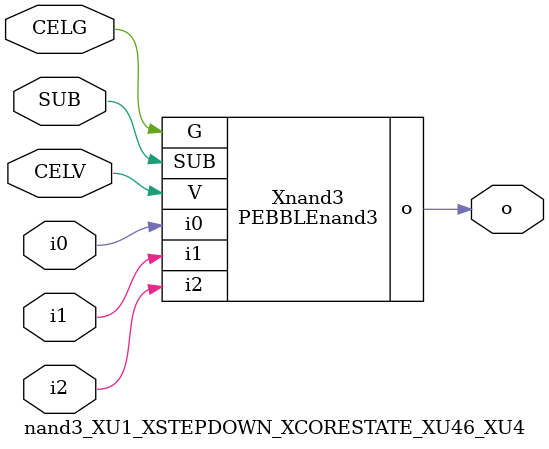
<source format=v>



module PEBBLEnand3 ( o, G, SUB, V, i0, i1, i2 );

  input i0;
  input V;
  input i2;
  input i1;
  input G;
  output o;
  input SUB;
endmodule

//Celera Confidential Do Not Copy nand3_XU1_XSTEPDOWN_XCORESTATE_XU46_XU4
//Celera Confidential Symbol Generator
//5V Inverter
module nand3_XU1_XSTEPDOWN_XCORESTATE_XU46_XU4 (CELV,CELG,i0,i1,i2,o,SUB);
input CELV;
input CELG;
input i0;
input i1;
input i2;
input SUB;
output o;

//Celera Confidential Do Not Copy nand3
PEBBLEnand3 Xnand3(
.V (CELV),
.i0 (i0),
.i1 (i1),
.i2 (i2),
.o (o),
.SUB (SUB),
.G (CELG)
);
//,diesize,PEBBLEnand3

//Celera Confidential Do Not Copy Module End
//Celera Schematic Generator
endmodule

</source>
